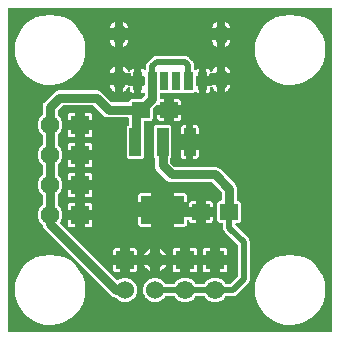
<source format=gtl>
G04 Layer: TopLayer*
G04 EasyEDA v6.4.19.5, 2021-06-07T17:49:31+02:00*
G04 02fad353412f469a856546c9d14cec11,563db0ff5b334ec4995e7372edb549dc,10*
G04 Gerber Generator version 0.2*
G04 Scale: 100 percent, Rotated: No, Reflected: No *
G04 Dimensions in millimeters *
G04 leading zeros omitted , absolute positions ,4 integer and 5 decimal *
%FSLAX45Y45*%
%MOMM*%

%ADD11C,0.7620*%
%ADD12C,0.5080*%
%ADD13R,0.9800X2.3400*%
%ADD18R,1.5000X1.3589*%
%ADD19R,1.5240X1.5240*%
%ADD20C,1.5240*%
%ADD21R,1.5748X1.5748*%
%ADD22C,1.5748*%
%ADD23C,1.1000*%

%LPD*%
G36*
X543814Y5613654D02*
G01*
X539902Y5614416D01*
X536651Y5616651D01*
X534416Y5619902D01*
X533654Y5623814D01*
X533654Y8346186D01*
X534416Y8350097D01*
X536651Y8353348D01*
X539902Y8355584D01*
X543814Y8356346D01*
X3266186Y8356346D01*
X3270097Y8355584D01*
X3273348Y8353348D01*
X3275584Y8350097D01*
X3276346Y8346186D01*
X3276346Y5623814D01*
X3275584Y5619902D01*
X3273348Y5616651D01*
X3270097Y5614416D01*
X3266186Y5613654D01*
G37*

%LPC*%
G36*
X888441Y5669076D02*
G01*
X889558Y5669076D01*
X964437Y5679135D01*
X1009446Y5694273D01*
X1069340Y5729274D01*
X1099312Y5754370D01*
X1139240Y5804357D01*
X1164183Y5849518D01*
X1184046Y5914542D01*
X1188923Y5969457D01*
X1183843Y6024473D01*
X1163726Y6089497D01*
X1128725Y6149340D01*
X1098600Y6184341D01*
X1053642Y6219190D01*
X1008532Y6244132D01*
X963523Y6259068D01*
X889660Y6268872D01*
X888339Y6268872D01*
X813562Y6258864D01*
X768604Y6243777D01*
X723696Y6218732D01*
X679450Y6184392D01*
X639267Y6134354D01*
X613816Y6088481D01*
X593953Y6023457D01*
X589076Y5968542D01*
X594156Y5913526D01*
X613816Y5849518D01*
X639368Y5803595D01*
X679196Y5758738D01*
X724509Y5718708D01*
X769518Y5693816D01*
X834542Y5673953D01*
G37*
G36*
X2920441Y5669076D02*
G01*
X2921558Y5669076D01*
X2996438Y5679135D01*
X3041446Y5694273D01*
X3101340Y5729274D01*
X3131312Y5754370D01*
X3171240Y5804357D01*
X3196183Y5849518D01*
X3216046Y5914542D01*
X3220923Y5969457D01*
X3215843Y6024473D01*
X3195726Y6089497D01*
X3160725Y6149340D01*
X3130600Y6184341D01*
X3085642Y6219190D01*
X3040532Y6244132D01*
X2995523Y6259068D01*
X2921660Y6268872D01*
X2920339Y6268872D01*
X2845562Y6258864D01*
X2800604Y6243777D01*
X2755696Y6218732D01*
X2711450Y6184392D01*
X2671267Y6134354D01*
X2645816Y6088481D01*
X2625953Y6023457D01*
X2621076Y5968542D01*
X2626156Y5913526D01*
X2645816Y5849518D01*
X2671368Y5803595D01*
X2711145Y5758738D01*
X2756509Y5718708D01*
X2801518Y5693816D01*
X2866542Y5673953D01*
G37*
G36*
X2032000Y5864606D02*
G01*
X2045614Y5865520D01*
X2059025Y5868162D01*
X2071928Y5872581D01*
X2084171Y5878626D01*
X2095550Y5886196D01*
X2105812Y5895187D01*
X2114804Y5905449D01*
X2120138Y5913424D01*
X2122373Y5915863D01*
X2125319Y5917387D01*
X2128570Y5917946D01*
X2189429Y5917946D01*
X2192680Y5917387D01*
X2195626Y5915863D01*
X2197862Y5913424D01*
X2203196Y5905449D01*
X2212187Y5895187D01*
X2222449Y5886196D01*
X2233828Y5878626D01*
X2246071Y5872581D01*
X2258974Y5868162D01*
X2272385Y5865520D01*
X2286000Y5864606D01*
X2299614Y5865520D01*
X2313025Y5868162D01*
X2325928Y5872581D01*
X2338171Y5878626D01*
X2349550Y5886196D01*
X2359812Y5895187D01*
X2368804Y5905449D01*
X2374138Y5913424D01*
X2376373Y5915863D01*
X2379319Y5917387D01*
X2382570Y5917946D01*
X2438196Y5917946D01*
X2442870Y5918149D01*
X2447239Y5918708D01*
X2451608Y5919673D01*
X2455875Y5921044D01*
X2459990Y5922721D01*
X2463901Y5924804D01*
X2467660Y5927191D01*
X2471216Y5929884D01*
X2474671Y5933033D01*
X2563266Y6021628D01*
X2566416Y6025083D01*
X2569108Y6028639D01*
X2571496Y6032398D01*
X2573578Y6036310D01*
X2575255Y6040424D01*
X2576626Y6044692D01*
X2577592Y6049060D01*
X2578150Y6053429D01*
X2578354Y6058103D01*
X2578354Y6375196D01*
X2578150Y6379870D01*
X2577592Y6384239D01*
X2576626Y6388608D01*
X2575255Y6392875D01*
X2573578Y6396990D01*
X2571496Y6400901D01*
X2569108Y6404660D01*
X2566416Y6408216D01*
X2563266Y6411671D01*
X2460040Y6514896D01*
X2457805Y6518198D01*
X2457043Y6522059D01*
X2457043Y6525615D01*
X2457805Y6529527D01*
X2460040Y6532829D01*
X2463292Y6535013D01*
X2467203Y6535775D01*
X2480411Y6535775D01*
X2486710Y6536486D01*
X2492095Y6538417D01*
X2496972Y6541465D01*
X2500985Y6545478D01*
X2504033Y6550355D01*
X2505964Y6555740D01*
X2506624Y6562039D01*
X2506624Y6696760D01*
X2505964Y6703059D01*
X2504033Y6708444D01*
X2500985Y6713321D01*
X2496972Y6717334D01*
X2492095Y6720382D01*
X2486761Y6722262D01*
X2478887Y6723024D01*
X2475331Y6724091D01*
X2472385Y6726326D01*
X2470404Y6729526D01*
X2469743Y6733133D01*
X2469743Y6826605D01*
X2469235Y6834987D01*
X2467000Y6845300D01*
X2466340Y6847433D01*
X2463139Y6855104D01*
X2462123Y6857085D01*
X2457754Y6864146D01*
X2456434Y6865924D01*
X2450846Y6872224D01*
X2331313Y6991756D01*
X2323236Y6998665D01*
X2316175Y7003084D01*
X2314194Y7004100D01*
X2304389Y7007961D01*
X2294077Y7010146D01*
X2285695Y7010653D01*
X1948332Y7010653D01*
X1944420Y7011416D01*
X1941118Y7013651D01*
X1908251Y7046518D01*
X1906016Y7049820D01*
X1905254Y7053732D01*
X1905254Y7078776D01*
X1906016Y7082688D01*
X1908251Y7085990D01*
X1910486Y7088225D01*
X1913534Y7093102D01*
X1915464Y7098487D01*
X1916175Y7104786D01*
X1916175Y7337653D01*
X1915464Y7343902D01*
X1913534Y7349286D01*
X1910486Y7354163D01*
X1906473Y7358227D01*
X1901596Y7361275D01*
X1896211Y7363155D01*
X1889912Y7363866D01*
X1793087Y7363866D01*
X1786788Y7363155D01*
X1781403Y7361275D01*
X1776526Y7358227D01*
X1772513Y7354163D01*
X1769465Y7349286D01*
X1767535Y7343902D01*
X1766824Y7337653D01*
X1766824Y7104786D01*
X1767535Y7098487D01*
X1769465Y7093102D01*
X1772513Y7088225D01*
X1774748Y7085990D01*
X1776984Y7082688D01*
X1777746Y7078776D01*
X1777746Y7023404D01*
X1778254Y7015022D01*
X1780438Y7004710D01*
X1784299Y6994906D01*
X1785315Y6992924D01*
X1789734Y6985863D01*
X1796643Y6977786D01*
X1872386Y6902043D01*
X1880463Y6895134D01*
X1887524Y6890715D01*
X1889506Y6889699D01*
X1899310Y6885838D01*
X1909622Y6883653D01*
X1918004Y6883146D01*
X2255367Y6883146D01*
X2259279Y6882384D01*
X2262581Y6880148D01*
X2339238Y6803491D01*
X2341473Y6800189D01*
X2342235Y6796278D01*
X2342235Y6733133D01*
X2341524Y6729526D01*
X2339594Y6726326D01*
X2336647Y6724091D01*
X2333091Y6723024D01*
X2325217Y6722262D01*
X2319883Y6720382D01*
X2315057Y6717334D01*
X2310993Y6713321D01*
X2307945Y6708444D01*
X2306066Y6703059D01*
X2305354Y6696760D01*
X2305354Y6562039D01*
X2306066Y6555740D01*
X2307945Y6550355D01*
X2310993Y6545478D01*
X2315057Y6541465D01*
X2319883Y6538417D01*
X2325319Y6536486D01*
X2331567Y6535775D01*
X2344775Y6535775D01*
X2348687Y6535013D01*
X2351938Y6532829D01*
X2354173Y6529527D01*
X2354935Y6525615D01*
X2354935Y6496913D01*
X2355138Y6492240D01*
X2355697Y6487871D01*
X2356662Y6483502D01*
X2358034Y6479235D01*
X2359710Y6475120D01*
X2361793Y6471208D01*
X2364181Y6467449D01*
X2366873Y6463893D01*
X2370023Y6460439D01*
X2473248Y6357213D01*
X2475484Y6353911D01*
X2476246Y6350050D01*
X2476246Y6083249D01*
X2475484Y6079388D01*
X2473248Y6076086D01*
X2420213Y6023051D01*
X2416911Y6020816D01*
X2413050Y6020054D01*
X2382570Y6020054D01*
X2379319Y6020612D01*
X2376373Y6022136D01*
X2374138Y6024575D01*
X2368804Y6032550D01*
X2359812Y6042812D01*
X2349550Y6051804D01*
X2338171Y6059373D01*
X2325928Y6065418D01*
X2313025Y6069838D01*
X2299614Y6072479D01*
X2286000Y6073394D01*
X2272385Y6072479D01*
X2258974Y6069838D01*
X2246071Y6065418D01*
X2233828Y6059373D01*
X2222449Y6051804D01*
X2212187Y6042812D01*
X2203196Y6032550D01*
X2197862Y6024575D01*
X2195626Y6022136D01*
X2192680Y6020612D01*
X2189429Y6020054D01*
X2128570Y6020054D01*
X2125319Y6020612D01*
X2122373Y6022136D01*
X2120138Y6024575D01*
X2114804Y6032550D01*
X2105812Y6042812D01*
X2095550Y6051804D01*
X2084171Y6059373D01*
X2071928Y6065418D01*
X2059025Y6069838D01*
X2045614Y6072479D01*
X2032000Y6073394D01*
X2018385Y6072479D01*
X2004974Y6069838D01*
X1992071Y6065418D01*
X1979828Y6059373D01*
X1968449Y6051804D01*
X1958187Y6042812D01*
X1949196Y6032550D01*
X1943862Y6024575D01*
X1941626Y6022136D01*
X1938680Y6020612D01*
X1935429Y6020054D01*
X1871725Y6020054D01*
X1868627Y6020562D01*
X1865782Y6021984D01*
X1863547Y6024168D01*
X1855774Y6034735D01*
X1846325Y6044539D01*
X1835607Y6052972D01*
X1823923Y6059881D01*
X1811426Y6065215D01*
X1798269Y6068771D01*
X1784807Y6070600D01*
X1771192Y6070600D01*
X1757730Y6068771D01*
X1744573Y6065215D01*
X1732076Y6059881D01*
X1720392Y6052972D01*
X1709674Y6044539D01*
X1700225Y6034735D01*
X1692148Y6023813D01*
X1685645Y6011875D01*
X1680718Y5999175D01*
X1677568Y5985916D01*
X1676247Y5972403D01*
X1676704Y5958789D01*
X1678939Y5945378D01*
X1682953Y5932424D01*
X1688693Y5920079D01*
X1696008Y5908598D01*
X1704797Y5898184D01*
X1714906Y5889091D01*
X1726082Y5881370D01*
X1738223Y5875274D01*
X1751075Y5870803D01*
X1764436Y5868060D01*
X1778000Y5867146D01*
X1791563Y5868060D01*
X1804924Y5870803D01*
X1817776Y5875274D01*
X1829917Y5881370D01*
X1841093Y5889091D01*
X1851202Y5898184D01*
X1859991Y5908598D01*
X1862937Y5913272D01*
X1865223Y5915761D01*
X1868170Y5917387D01*
X1871522Y5917946D01*
X1935429Y5917946D01*
X1938680Y5917387D01*
X1941626Y5915863D01*
X1943862Y5913424D01*
X1949196Y5905449D01*
X1958187Y5895187D01*
X1968449Y5886196D01*
X1979828Y5878626D01*
X1992071Y5872581D01*
X2004974Y5868162D01*
X2018385Y5865520D01*
G37*
G36*
X1524000Y5867146D02*
G01*
X1537563Y5868060D01*
X1550924Y5870803D01*
X1563776Y5875274D01*
X1575917Y5881370D01*
X1587093Y5889091D01*
X1597202Y5898184D01*
X1605991Y5908598D01*
X1613306Y5920079D01*
X1619046Y5932424D01*
X1623060Y5945378D01*
X1625295Y5958789D01*
X1625752Y5972403D01*
X1624431Y5985916D01*
X1621282Y5999175D01*
X1616354Y6011875D01*
X1609852Y6023813D01*
X1601774Y6034735D01*
X1592326Y6044539D01*
X1581607Y6052972D01*
X1569923Y6059881D01*
X1557426Y6065215D01*
X1544269Y6068771D01*
X1530807Y6070600D01*
X1517192Y6070600D01*
X1503730Y6068771D01*
X1490573Y6065215D01*
X1478076Y6059881D01*
X1465478Y6052362D01*
X1461262Y6050940D01*
X1456842Y6051499D01*
X1453083Y6053886D01*
X975563Y6531406D01*
X973582Y6534251D01*
X972667Y6537553D01*
X972921Y6541058D01*
X974293Y6544208D01*
X979373Y6551828D01*
X985418Y6564071D01*
X989837Y6576974D01*
X992479Y6590385D01*
X993394Y6604000D01*
X992479Y6617614D01*
X989837Y6631025D01*
X985418Y6643928D01*
X979373Y6656171D01*
X971803Y6667550D01*
X962812Y6677812D01*
X956208Y6683603D01*
X953668Y6687007D01*
X952753Y6691223D01*
X952753Y6770776D01*
X953668Y6774992D01*
X956208Y6778396D01*
X962812Y6784187D01*
X971803Y6794449D01*
X979373Y6805828D01*
X985418Y6818071D01*
X989837Y6830974D01*
X992479Y6844385D01*
X993394Y6858000D01*
X992479Y6871614D01*
X989837Y6885025D01*
X985418Y6897928D01*
X979373Y6910171D01*
X971803Y6921550D01*
X962812Y6931812D01*
X956208Y6937603D01*
X953668Y6941007D01*
X952753Y6945223D01*
X952753Y7024776D01*
X953668Y7028992D01*
X956208Y7032396D01*
X962812Y7038187D01*
X971803Y7048449D01*
X979373Y7059828D01*
X985418Y7072071D01*
X989837Y7084974D01*
X992479Y7098385D01*
X993394Y7112000D01*
X992479Y7125614D01*
X989837Y7139025D01*
X985418Y7151928D01*
X979373Y7164171D01*
X971803Y7175550D01*
X962812Y7185812D01*
X956208Y7191603D01*
X953668Y7195007D01*
X952753Y7199223D01*
X952753Y7278776D01*
X953668Y7282992D01*
X956208Y7286396D01*
X962812Y7292187D01*
X971803Y7302449D01*
X979373Y7313828D01*
X985418Y7326071D01*
X989837Y7338974D01*
X992479Y7352385D01*
X993394Y7366000D01*
X992479Y7379614D01*
X989837Y7393025D01*
X985418Y7405928D01*
X979373Y7418171D01*
X971803Y7429550D01*
X962812Y7439812D01*
X956208Y7445603D01*
X953668Y7449007D01*
X952753Y7453223D01*
X952753Y7487767D01*
X953516Y7491679D01*
X955751Y7494981D01*
X988618Y7527848D01*
X991920Y7530084D01*
X995832Y7530846D01*
X1252067Y7530846D01*
X1255979Y7530084D01*
X1259281Y7527848D01*
X1338986Y7448143D01*
X1347063Y7441234D01*
X1354124Y7436815D01*
X1356106Y7435799D01*
X1365910Y7431938D01*
X1376222Y7429753D01*
X1384604Y7429246D01*
X1545336Y7429246D01*
X1549247Y7428484D01*
X1552498Y7426248D01*
X1554734Y7422997D01*
X1555496Y7419086D01*
X1555496Y7369454D01*
X1554937Y7366101D01*
X1553260Y7363104D01*
X1550720Y7360818D01*
X1546555Y7358227D01*
X1542491Y7354163D01*
X1539443Y7349286D01*
X1537563Y7343902D01*
X1536852Y7337653D01*
X1536852Y7104786D01*
X1537563Y7098487D01*
X1539443Y7093102D01*
X1542491Y7088225D01*
X1546555Y7084212D01*
X1551381Y7081164D01*
X1556816Y7079234D01*
X1563065Y7078522D01*
X1659940Y7078522D01*
X1666189Y7079234D01*
X1671624Y7081164D01*
X1676450Y7084212D01*
X1680514Y7088225D01*
X1683562Y7093102D01*
X1685442Y7098487D01*
X1686153Y7104786D01*
X1686153Y7337653D01*
X1685442Y7343902D01*
X1683562Y7349236D01*
X1683004Y7352588D01*
X1683004Y7389215D01*
X1683766Y7393127D01*
X1686001Y7396429D01*
X1689252Y7398613D01*
X1693164Y7399375D01*
X1732432Y7399375D01*
X1738680Y7400086D01*
X1744116Y7402017D01*
X1748942Y7405065D01*
X1753006Y7409078D01*
X1756054Y7413955D01*
X1757934Y7419340D01*
X1758645Y7425639D01*
X1758645Y7499248D01*
X1759457Y7503159D01*
X1761642Y7506462D01*
X1785518Y7530338D01*
X1788820Y7532573D01*
X1792732Y7533335D01*
X1854149Y7533335D01*
X1854149Y7586573D01*
X1826920Y7586573D01*
X1823008Y7587386D01*
X1819757Y7589570D01*
X1817522Y7592872D01*
X1816760Y7596733D01*
X1816760Y7629194D01*
X1817522Y7633106D01*
X1819757Y7636408D01*
X1823008Y7638592D01*
X1826920Y7639354D01*
X1889302Y7639354D01*
X1895551Y7640066D01*
X1901545Y7642199D01*
X1904898Y7642758D01*
X1908251Y7642199D01*
X1914245Y7640066D01*
X1920493Y7639354D01*
X1989378Y7639354D01*
X1995627Y7640066D01*
X2001062Y7641996D01*
X2004415Y7642555D01*
X2007768Y7641996D01*
X2013204Y7640066D01*
X2019503Y7639354D01*
X2094331Y7639354D01*
X2100630Y7640066D01*
X2106015Y7641945D01*
X2111959Y7645755D01*
X2115464Y7647127D01*
X2119274Y7647127D01*
X2122830Y7645755D01*
X2128774Y7641945D01*
X2134158Y7640066D01*
X2140407Y7639354D01*
X2153513Y7639354D01*
X2153513Y7696200D01*
X2130755Y7696200D01*
X2126843Y7696962D01*
X2123541Y7699146D01*
X2121357Y7702448D01*
X2120595Y7706359D01*
X2120595Y7773720D01*
X2121357Y7777632D01*
X2123541Y7780883D01*
X2126843Y7783118D01*
X2130755Y7783880D01*
X2153513Y7783880D01*
X2153513Y7840675D01*
X2140407Y7840675D01*
X2134158Y7839964D01*
X2128774Y7838084D01*
X2123490Y7834782D01*
X2119477Y7833309D01*
X2115159Y7833664D01*
X2111400Y7835747D01*
X2108860Y7839202D01*
X2107946Y7843418D01*
X2107844Y7876844D01*
X2107133Y7882432D01*
X2106472Y7885633D01*
X2104847Y7891068D01*
X2103628Y7894066D01*
X2101037Y7899095D01*
X2099360Y7901838D01*
X2095906Y7906359D01*
X2093569Y7909001D01*
X2068982Y7934553D01*
X2064715Y7938566D01*
X2062175Y7940548D01*
X2057450Y7943646D01*
X2054606Y7945170D01*
X2049373Y7947406D01*
X2046274Y7948422D01*
X2040788Y7949692D01*
X2037588Y7950149D01*
X2031746Y7950453D01*
X1790903Y7950453D01*
X1786229Y7950250D01*
X1781860Y7949692D01*
X1777492Y7948726D01*
X1773224Y7947355D01*
X1769110Y7945678D01*
X1765198Y7943596D01*
X1761439Y7941208D01*
X1757883Y7938516D01*
X1754428Y7935366D01*
X1717141Y7898079D01*
X1713992Y7894624D01*
X1711299Y7891068D01*
X1708912Y7887309D01*
X1706829Y7883398D01*
X1705152Y7879283D01*
X1703781Y7875016D01*
X1702816Y7870647D01*
X1702257Y7866278D01*
X1702054Y7861604D01*
X1702054Y7843266D01*
X1701139Y7839049D01*
X1698599Y7835646D01*
X1694840Y7833563D01*
X1690522Y7833207D01*
X1686509Y7834680D01*
X1681073Y7838084D01*
X1675638Y7839964D01*
X1669389Y7840675D01*
X1656283Y7840675D01*
X1656283Y7783880D01*
X1679092Y7783880D01*
X1682953Y7783118D01*
X1686255Y7780883D01*
X1688439Y7777632D01*
X1689252Y7773720D01*
X1689252Y7706359D01*
X1688439Y7702448D01*
X1686255Y7699146D01*
X1682953Y7696962D01*
X1679092Y7696200D01*
X1656283Y7696200D01*
X1656283Y7639354D01*
X1669389Y7639354D01*
X1679549Y7640675D01*
X1683308Y7639761D01*
X1686407Y7637525D01*
X1688490Y7634325D01*
X1689252Y7630515D01*
X1689252Y7618628D01*
X1688490Y7614716D01*
X1686255Y7611414D01*
X1664411Y7589570D01*
X1661160Y7587386D01*
X1657248Y7586573D01*
X1583588Y7586573D01*
X1577289Y7585913D01*
X1571904Y7583982D01*
X1567078Y7580934D01*
X1563014Y7576921D01*
X1559966Y7572044D01*
X1556918Y7562240D01*
X1554632Y7559344D01*
X1551482Y7557414D01*
X1547876Y7556753D01*
X1414932Y7556753D01*
X1411020Y7557516D01*
X1407718Y7559751D01*
X1328013Y7639456D01*
X1319936Y7646365D01*
X1312875Y7650784D01*
X1310894Y7651800D01*
X1301089Y7655661D01*
X1290777Y7657846D01*
X1282395Y7658353D01*
X965504Y7658353D01*
X957122Y7657846D01*
X946810Y7655661D01*
X937006Y7651800D01*
X935024Y7650784D01*
X927963Y7646365D01*
X919886Y7639456D01*
X844143Y7563713D01*
X837234Y7555636D01*
X832815Y7548575D01*
X831799Y7546594D01*
X827938Y7536789D01*
X825753Y7526477D01*
X825246Y7518095D01*
X825246Y7453223D01*
X824331Y7449007D01*
X821791Y7445603D01*
X815187Y7439812D01*
X806196Y7429550D01*
X798626Y7418171D01*
X792581Y7405928D01*
X788162Y7393025D01*
X785520Y7379614D01*
X784606Y7366000D01*
X785520Y7352385D01*
X788162Y7338974D01*
X792581Y7326071D01*
X798626Y7313828D01*
X806196Y7302449D01*
X815187Y7292187D01*
X821791Y7286396D01*
X824331Y7282992D01*
X825246Y7278776D01*
X825246Y7199223D01*
X824331Y7195007D01*
X821791Y7191603D01*
X815187Y7185812D01*
X806196Y7175550D01*
X798626Y7164171D01*
X792581Y7151928D01*
X788162Y7139025D01*
X785520Y7125614D01*
X784606Y7112000D01*
X785520Y7098385D01*
X788162Y7084974D01*
X792581Y7072071D01*
X798626Y7059828D01*
X806196Y7048449D01*
X815187Y7038187D01*
X821791Y7032396D01*
X824331Y7028992D01*
X825246Y7024776D01*
X825246Y6945223D01*
X824331Y6941007D01*
X821791Y6937603D01*
X815187Y6931812D01*
X806196Y6921550D01*
X798626Y6910171D01*
X792581Y6897928D01*
X788162Y6885025D01*
X785520Y6871614D01*
X784606Y6858000D01*
X785520Y6844385D01*
X788162Y6830974D01*
X792581Y6818071D01*
X798626Y6805828D01*
X806196Y6794449D01*
X815187Y6784187D01*
X821791Y6778396D01*
X824331Y6774992D01*
X825246Y6770776D01*
X825246Y6691223D01*
X824331Y6687007D01*
X821791Y6683603D01*
X815187Y6677812D01*
X806196Y6667550D01*
X798626Y6656171D01*
X792581Y6643928D01*
X788162Y6631025D01*
X785520Y6617614D01*
X784606Y6604000D01*
X785520Y6590385D01*
X788162Y6576974D01*
X792581Y6564071D01*
X798626Y6551828D01*
X806196Y6540449D01*
X815187Y6530187D01*
X822756Y6523532D01*
X824788Y6521094D01*
X825957Y6518148D01*
X827989Y6509410D01*
X828649Y6507276D01*
X831799Y6499606D01*
X832815Y6497624D01*
X837234Y6490563D01*
X844143Y6482486D01*
X1402486Y5924143D01*
X1410563Y5917234D01*
X1417624Y5912815D01*
X1419606Y5911799D01*
X1429410Y5907938D01*
X1437386Y5906109D01*
X1440891Y5905703D01*
X1444498Y5904534D01*
X1447444Y5902147D01*
X1450797Y5898184D01*
X1460906Y5889091D01*
X1472082Y5881370D01*
X1484223Y5875274D01*
X1497076Y5870803D01*
X1510436Y5868060D01*
G37*
G36*
X1953818Y6118606D02*
G01*
X1986280Y6118606D01*
X1986280Y6177280D01*
X1927606Y6177280D01*
X1927606Y6144818D01*
X1928317Y6138570D01*
X1930196Y6133134D01*
X1933244Y6128308D01*
X1937308Y6124244D01*
X1942134Y6121196D01*
X1947570Y6119317D01*
G37*
G36*
X2077720Y6118606D02*
G01*
X2110181Y6118606D01*
X2116429Y6119317D01*
X2121865Y6121196D01*
X2126691Y6124244D01*
X2130755Y6128308D01*
X2133803Y6133134D01*
X2135682Y6138570D01*
X2136394Y6144818D01*
X2136394Y6177280D01*
X2077720Y6177280D01*
G37*
G36*
X2207818Y6118606D02*
G01*
X2240280Y6118606D01*
X2240280Y6177280D01*
X2181606Y6177280D01*
X2181606Y6144818D01*
X2182317Y6138570D01*
X2184196Y6133134D01*
X2187244Y6128308D01*
X2191308Y6124244D01*
X2196134Y6121196D01*
X2201570Y6119317D01*
G37*
G36*
X2331720Y6118606D02*
G01*
X2364181Y6118606D01*
X2370429Y6119317D01*
X2375865Y6121196D01*
X2380691Y6124244D01*
X2384755Y6128308D01*
X2387803Y6133134D01*
X2389682Y6138570D01*
X2390394Y6144818D01*
X2390394Y6177280D01*
X2331720Y6177280D01*
G37*
G36*
X1568450Y6121146D02*
G01*
X1599641Y6121146D01*
X1605889Y6121857D01*
X1611325Y6123736D01*
X1616151Y6126784D01*
X1620215Y6130848D01*
X1623263Y6135674D01*
X1625142Y6141110D01*
X1625854Y6147358D01*
X1625854Y6178550D01*
X1568450Y6178550D01*
G37*
G36*
X1448358Y6121146D02*
G01*
X1479550Y6121146D01*
X1479550Y6178550D01*
X1422146Y6178550D01*
X1422146Y6147358D01*
X1422857Y6141110D01*
X1424736Y6135674D01*
X1427784Y6130848D01*
X1431848Y6126784D01*
X1436674Y6123736D01*
X1442110Y6121857D01*
G37*
G36*
X1822450Y6131610D02*
G01*
X1829917Y6135370D01*
X1841093Y6143091D01*
X1851202Y6152184D01*
X1859991Y6162598D01*
X1867306Y6174079D01*
X1869389Y6178550D01*
X1822450Y6178550D01*
G37*
G36*
X1733550Y6131610D02*
G01*
X1733550Y6178550D01*
X1686610Y6178550D01*
X1688693Y6174079D01*
X1696008Y6162598D01*
X1704797Y6152184D01*
X1714906Y6143091D01*
X1726082Y6135370D01*
G37*
G36*
X1686509Y6267450D02*
G01*
X1733550Y6267450D01*
X1733550Y6314490D01*
X1732076Y6313881D01*
X1720392Y6306972D01*
X1709674Y6298539D01*
X1700225Y6288735D01*
X1692148Y6277813D01*
G37*
G36*
X1822450Y6267450D02*
G01*
X1869490Y6267450D01*
X1863852Y6277813D01*
X1855774Y6288735D01*
X1846325Y6298539D01*
X1835607Y6306972D01*
X1823923Y6313881D01*
X1822450Y6314490D01*
G37*
G36*
X1568450Y6267450D02*
G01*
X1625854Y6267450D01*
X1625854Y6298641D01*
X1625142Y6304889D01*
X1623263Y6310325D01*
X1620215Y6315151D01*
X1616151Y6319215D01*
X1611325Y6322263D01*
X1605889Y6324142D01*
X1599641Y6324854D01*
X1568450Y6324854D01*
G37*
G36*
X1422146Y6267450D02*
G01*
X1479550Y6267450D01*
X1479550Y6324854D01*
X1448358Y6324854D01*
X1442110Y6324142D01*
X1436674Y6322263D01*
X1431848Y6319215D01*
X1427784Y6315151D01*
X1424736Y6310325D01*
X1422857Y6304889D01*
X1422146Y6298641D01*
G37*
G36*
X1927606Y6268720D02*
G01*
X1986280Y6268720D01*
X1986280Y6327394D01*
X1953818Y6327394D01*
X1947570Y6326682D01*
X1942134Y6324803D01*
X1937308Y6321755D01*
X1933244Y6317691D01*
X1930196Y6312865D01*
X1928317Y6307429D01*
X1927606Y6301181D01*
G37*
G36*
X2181606Y6268720D02*
G01*
X2240280Y6268720D01*
X2240280Y6327394D01*
X2207818Y6327394D01*
X2201570Y6326682D01*
X2196134Y6324803D01*
X2191308Y6321755D01*
X2187244Y6317691D01*
X2184196Y6312865D01*
X2182317Y6307429D01*
X2181606Y6301181D01*
G37*
G36*
X2331720Y6268720D02*
G01*
X2390394Y6268720D01*
X2390394Y6301181D01*
X2389682Y6307429D01*
X2387803Y6312865D01*
X2384755Y6317691D01*
X2380691Y6321755D01*
X2375865Y6324803D01*
X2370429Y6326682D01*
X2364181Y6327394D01*
X2331720Y6327394D01*
G37*
G36*
X2077720Y6268720D02*
G01*
X2136394Y6268720D01*
X2136394Y6301181D01*
X2135682Y6307429D01*
X2133803Y6312865D01*
X2130755Y6317691D01*
X2126691Y6321755D01*
X2121865Y6324803D01*
X2116429Y6326682D01*
X2110181Y6327394D01*
X2077720Y6327394D01*
G37*
G36*
X1188720Y6499606D02*
G01*
X1221181Y6499606D01*
X1227429Y6500317D01*
X1232865Y6502196D01*
X1237691Y6505244D01*
X1241755Y6509308D01*
X1244803Y6514134D01*
X1246682Y6519570D01*
X1247394Y6525818D01*
X1247394Y6558280D01*
X1188720Y6558280D01*
G37*
G36*
X1064818Y6499606D02*
G01*
X1097280Y6499606D01*
X1097280Y6558280D01*
X1038606Y6558280D01*
X1038606Y6525818D01*
X1039317Y6519570D01*
X1041196Y6514134D01*
X1044244Y6509308D01*
X1048308Y6505244D01*
X1053134Y6502196D01*
X1058570Y6500317D01*
G37*
G36*
X1662074Y6504533D02*
G01*
X1745132Y6504533D01*
X1745132Y6582359D01*
X1635861Y6582359D01*
X1635861Y6530746D01*
X1636572Y6524498D01*
X1638452Y6519113D01*
X1641500Y6514236D01*
X1645564Y6510172D01*
X1650390Y6507124D01*
X1655825Y6505244D01*
G37*
G36*
X1937867Y6504533D02*
G01*
X2020925Y6504533D01*
X2027174Y6505244D01*
X2032609Y6507124D01*
X2037435Y6510172D01*
X2041499Y6514236D01*
X2044547Y6519113D01*
X2046427Y6524498D01*
X2047138Y6530746D01*
X2047138Y6549948D01*
X2047951Y6553911D01*
X2050237Y6557264D01*
X2053640Y6559448D01*
X2057654Y6560108D01*
X2061565Y6559194D01*
X2064816Y6556756D01*
X2066899Y6553301D01*
X2067915Y6550355D01*
X2070963Y6545478D01*
X2075027Y6541465D01*
X2079904Y6538417D01*
X2085289Y6536486D01*
X2091588Y6535775D01*
X2122119Y6535775D01*
X2122119Y6589064D01*
X2066899Y6589064D01*
X2064715Y6585559D01*
X2061362Y6583172D01*
X2057298Y6582359D01*
X1937867Y6582359D01*
G37*
G36*
X2209850Y6535775D02*
G01*
X2240432Y6535775D01*
X2246680Y6536486D01*
X2252116Y6538417D01*
X2256942Y6541465D01*
X2261006Y6545478D01*
X2264054Y6550355D01*
X2265934Y6555740D01*
X2266645Y6562039D01*
X2266645Y6589064D01*
X2209850Y6589064D01*
G37*
G36*
X1038606Y6649720D02*
G01*
X1097280Y6649720D01*
X1097280Y6708394D01*
X1064818Y6708394D01*
X1058570Y6707682D01*
X1053134Y6705803D01*
X1048308Y6702755D01*
X1044244Y6698691D01*
X1041196Y6693865D01*
X1039317Y6688429D01*
X1038606Y6682181D01*
G37*
G36*
X1188720Y6649720D02*
G01*
X1247394Y6649720D01*
X1247394Y6682181D01*
X1246682Y6688429D01*
X1244803Y6693865D01*
X1241755Y6698691D01*
X1237691Y6702755D01*
X1232865Y6705803D01*
X1227429Y6707682D01*
X1221181Y6708394D01*
X1188720Y6708394D01*
G37*
G36*
X2067458Y6669735D02*
G01*
X2122119Y6669735D01*
X2122119Y6722973D01*
X2091588Y6722973D01*
X2085289Y6722313D01*
X2079904Y6720382D01*
X2075027Y6717334D01*
X2070963Y6713321D01*
X2067915Y6708444D01*
X2066798Y6705295D01*
X2067458Y6701891D01*
G37*
G36*
X2209850Y6669735D02*
G01*
X2266645Y6669735D01*
X2266645Y6696760D01*
X2265934Y6703059D01*
X2264054Y6708444D01*
X2261006Y6713321D01*
X2256942Y6717334D01*
X2252116Y6720382D01*
X2246680Y6722313D01*
X2240432Y6722973D01*
X2209850Y6722973D01*
G37*
G36*
X1635861Y6712051D02*
G01*
X1745132Y6712051D01*
X1745132Y6789877D01*
X1662074Y6789877D01*
X1655825Y6789166D01*
X1650390Y6787235D01*
X1645564Y6784187D01*
X1641500Y6780174D01*
X1638452Y6775297D01*
X1636572Y6769912D01*
X1635861Y6763613D01*
G37*
G36*
X1937867Y6712051D02*
G01*
X2047138Y6712051D01*
X2047138Y6763613D01*
X2046427Y6769912D01*
X2044547Y6775297D01*
X2041499Y6780174D01*
X2037435Y6784187D01*
X2032609Y6787235D01*
X2027174Y6789166D01*
X2020925Y6789877D01*
X1937867Y6789877D01*
G37*
G36*
X1064818Y6753606D02*
G01*
X1097280Y6753606D01*
X1097280Y6812280D01*
X1038606Y6812280D01*
X1038606Y6779818D01*
X1039317Y6773570D01*
X1041196Y6768134D01*
X1044244Y6763308D01*
X1048308Y6759244D01*
X1053134Y6756196D01*
X1058570Y6754317D01*
G37*
G36*
X1188720Y6753606D02*
G01*
X1221181Y6753606D01*
X1227429Y6754317D01*
X1232865Y6756196D01*
X1237691Y6759244D01*
X1241755Y6763308D01*
X1244803Y6768134D01*
X1246682Y6773570D01*
X1247394Y6779818D01*
X1247394Y6812280D01*
X1188720Y6812280D01*
G37*
G36*
X1038606Y6903720D02*
G01*
X1097280Y6903720D01*
X1097280Y6962394D01*
X1064818Y6962394D01*
X1058570Y6961682D01*
X1053134Y6959803D01*
X1048308Y6956755D01*
X1044244Y6952691D01*
X1041196Y6947865D01*
X1039317Y6942429D01*
X1038606Y6936181D01*
G37*
G36*
X1188720Y6903720D02*
G01*
X1247394Y6903720D01*
X1247394Y6936181D01*
X1246682Y6942429D01*
X1244803Y6947865D01*
X1241755Y6952691D01*
X1237691Y6956755D01*
X1232865Y6959803D01*
X1227429Y6961682D01*
X1221181Y6962394D01*
X1188720Y6962394D01*
G37*
G36*
X1064818Y7007606D02*
G01*
X1097280Y7007606D01*
X1097280Y7066280D01*
X1038606Y7066280D01*
X1038606Y7033818D01*
X1039317Y7027570D01*
X1041196Y7022134D01*
X1044244Y7017308D01*
X1048308Y7013244D01*
X1053134Y7010196D01*
X1058570Y7008317D01*
G37*
G36*
X1188720Y7007606D02*
G01*
X1221181Y7007606D01*
X1227429Y7008317D01*
X1232865Y7010196D01*
X1237691Y7013244D01*
X1241755Y7017308D01*
X1244803Y7022134D01*
X1246682Y7027570D01*
X1247394Y7033818D01*
X1247394Y7066280D01*
X1188720Y7066280D01*
G37*
G36*
X2023059Y7078522D02*
G01*
X2040636Y7078522D01*
X2040636Y7156348D01*
X1996846Y7156348D01*
X1996846Y7104786D01*
X1997557Y7098487D01*
X1999437Y7093102D01*
X2002485Y7088225D01*
X2006549Y7084212D01*
X2011375Y7081164D01*
X2016810Y7079234D01*
G37*
G36*
X2102358Y7078522D02*
G01*
X2119934Y7078522D01*
X2126183Y7079234D01*
X2131618Y7081164D01*
X2136444Y7084212D01*
X2140508Y7088225D01*
X2143556Y7093102D01*
X2145436Y7098487D01*
X2146147Y7104786D01*
X2146147Y7156348D01*
X2102358Y7156348D01*
G37*
G36*
X1038606Y7157720D02*
G01*
X1097280Y7157720D01*
X1097280Y7216394D01*
X1064818Y7216394D01*
X1058570Y7215682D01*
X1053134Y7213803D01*
X1048308Y7210755D01*
X1044244Y7206691D01*
X1041196Y7201865D01*
X1039317Y7196429D01*
X1038606Y7190181D01*
G37*
G36*
X1188720Y7157720D02*
G01*
X1247394Y7157720D01*
X1247394Y7190181D01*
X1246682Y7196429D01*
X1244803Y7201865D01*
X1241755Y7206691D01*
X1237691Y7210755D01*
X1232865Y7213803D01*
X1227429Y7215682D01*
X1221181Y7216394D01*
X1188720Y7216394D01*
G37*
G36*
X1188720Y7261606D02*
G01*
X1221181Y7261606D01*
X1227429Y7262317D01*
X1232865Y7264196D01*
X1237691Y7267244D01*
X1241755Y7271308D01*
X1244803Y7276134D01*
X1246682Y7281570D01*
X1247394Y7287818D01*
X1247394Y7320280D01*
X1188720Y7320280D01*
G37*
G36*
X1064818Y7261606D02*
G01*
X1097280Y7261606D01*
X1097280Y7320280D01*
X1038606Y7320280D01*
X1038606Y7287818D01*
X1039317Y7281570D01*
X1041196Y7276134D01*
X1044244Y7271308D01*
X1048308Y7267244D01*
X1053134Y7264196D01*
X1058570Y7262317D01*
G37*
G36*
X1996846Y7286040D02*
G01*
X2040636Y7286040D01*
X2040636Y7363866D01*
X2023059Y7363866D01*
X2016810Y7363155D01*
X2011375Y7361275D01*
X2006549Y7358227D01*
X2002485Y7354163D01*
X1999437Y7349286D01*
X1997557Y7343902D01*
X1996846Y7337653D01*
G37*
G36*
X2102358Y7286040D02*
G01*
X2146147Y7286040D01*
X2146147Y7337653D01*
X2145436Y7343902D01*
X2143556Y7349286D01*
X2140508Y7354163D01*
X2136444Y7358227D01*
X2131618Y7361275D01*
X2126183Y7363155D01*
X2119934Y7363866D01*
X2102358Y7363866D01*
G37*
G36*
X1823567Y7399375D02*
G01*
X1854149Y7399375D01*
X1854149Y7452664D01*
X1797354Y7452664D01*
X1797354Y7425639D01*
X1798066Y7419340D01*
X1799945Y7413955D01*
X1802993Y7409078D01*
X1807057Y7405065D01*
X1811883Y7402017D01*
X1817319Y7400086D01*
G37*
G36*
X1941880Y7399375D02*
G01*
X1972411Y7399375D01*
X1978710Y7400086D01*
X1984095Y7402017D01*
X1988972Y7405065D01*
X1993036Y7409078D01*
X1996084Y7413955D01*
X1997964Y7419340D01*
X1998675Y7425639D01*
X1998675Y7452664D01*
X1941880Y7452664D01*
G37*
G36*
X1038606Y7411720D02*
G01*
X1097280Y7411720D01*
X1097280Y7470394D01*
X1064818Y7470394D01*
X1058570Y7469682D01*
X1053134Y7467803D01*
X1048308Y7464755D01*
X1044244Y7460691D01*
X1041196Y7455865D01*
X1039317Y7450429D01*
X1038606Y7444181D01*
G37*
G36*
X1188720Y7411720D02*
G01*
X1247394Y7411720D01*
X1247394Y7444181D01*
X1246682Y7450429D01*
X1244803Y7455865D01*
X1241755Y7460691D01*
X1237691Y7464755D01*
X1232865Y7467803D01*
X1227429Y7469682D01*
X1221181Y7470394D01*
X1188720Y7470394D01*
G37*
G36*
X1941880Y7533335D02*
G01*
X1998675Y7533335D01*
X1998675Y7560360D01*
X1997964Y7566659D01*
X1996084Y7572044D01*
X1993036Y7576921D01*
X1988972Y7580934D01*
X1984095Y7583982D01*
X1978710Y7585913D01*
X1972411Y7586573D01*
X1941880Y7586573D01*
G37*
G36*
X1590497Y7639354D02*
G01*
X1603603Y7639354D01*
X1603603Y7696200D01*
X1554124Y7696200D01*
X1549857Y7697114D01*
X1546352Y7699806D01*
X1544320Y7703718D01*
X1506728Y7703718D01*
X1506728Y7647127D01*
X1513230Y7650225D01*
X1523187Y7657033D01*
X1531975Y7665212D01*
X1539494Y7674660D01*
X1545336Y7684719D01*
X1548282Y7687970D01*
X1552346Y7689646D01*
X1556766Y7689443D01*
X1560677Y7687411D01*
X1563319Y7683957D01*
X1564284Y7679639D01*
X1564284Y7665618D01*
X1564995Y7659319D01*
X1566875Y7653934D01*
X1569923Y7649057D01*
X1573987Y7645044D01*
X1578864Y7641996D01*
X1584248Y7640066D01*
G37*
G36*
X2206193Y7639354D02*
G01*
X2219299Y7639354D01*
X2225548Y7640066D01*
X2230983Y7641996D01*
X2235809Y7645044D01*
X2239873Y7649057D01*
X2242921Y7653934D01*
X2244801Y7659319D01*
X2245512Y7665618D01*
X2245512Y7679639D01*
X2246477Y7683957D01*
X2249119Y7687411D01*
X2253030Y7689443D01*
X2257450Y7689646D01*
X2261514Y7687970D01*
X2264460Y7684719D01*
X2270302Y7674660D01*
X2277821Y7665212D01*
X2286609Y7657033D01*
X2296566Y7650225D01*
X2303068Y7647127D01*
X2303068Y7703718D01*
X2265476Y7703718D01*
X2263444Y7699806D01*
X2259939Y7697114D01*
X2255672Y7696200D01*
X2206193Y7696200D01*
G37*
G36*
X1439062Y7647127D02*
G01*
X1439062Y7703718D01*
X1394155Y7703718D01*
X1395831Y7696301D01*
X1400251Y7685074D01*
X1406296Y7674660D01*
X1413814Y7665212D01*
X1422654Y7657033D01*
X1432560Y7650225D01*
G37*
G36*
X2370734Y7647127D02*
G01*
X2377236Y7650225D01*
X2387193Y7657033D01*
X2395982Y7665212D01*
X2403500Y7674660D01*
X2409545Y7685074D01*
X2413965Y7696301D01*
X2415641Y7703718D01*
X2370734Y7703718D01*
G37*
G36*
X888441Y7701076D02*
G01*
X889558Y7701076D01*
X964437Y7711135D01*
X1009446Y7726273D01*
X1069340Y7761274D01*
X1099312Y7786370D01*
X1139240Y7836357D01*
X1164183Y7881518D01*
X1184046Y7946542D01*
X1188923Y8001457D01*
X1183843Y8056473D01*
X1163726Y8121497D01*
X1128725Y8181340D01*
X1098600Y8216341D01*
X1053642Y8251190D01*
X1008532Y8276132D01*
X963523Y8291068D01*
X889660Y8300872D01*
X888339Y8300872D01*
X813562Y8290864D01*
X768604Y8275777D01*
X723696Y8250732D01*
X679450Y8216392D01*
X639267Y8166353D01*
X613816Y8120481D01*
X593953Y8055457D01*
X589076Y8000542D01*
X594156Y7945526D01*
X613816Y7881518D01*
X639368Y7835595D01*
X679196Y7790738D01*
X724509Y7750708D01*
X769518Y7725816D01*
X834542Y7705953D01*
G37*
G36*
X2920441Y7701076D02*
G01*
X2921558Y7701076D01*
X2996438Y7711135D01*
X3041446Y7726273D01*
X3101340Y7761274D01*
X3131312Y7786370D01*
X3171240Y7836357D01*
X3196183Y7881518D01*
X3216046Y7946542D01*
X3220923Y8001457D01*
X3215843Y8056473D01*
X3195726Y8121497D01*
X3160725Y8181340D01*
X3130600Y8216341D01*
X3085642Y8251190D01*
X3040532Y8276132D01*
X2995523Y8291068D01*
X2921660Y8300872D01*
X2920339Y8300872D01*
X2845562Y8290864D01*
X2800604Y8275777D01*
X2755696Y8250732D01*
X2711450Y8216392D01*
X2671267Y8166353D01*
X2645816Y8120481D01*
X2625953Y8055457D01*
X2621076Y8000542D01*
X2626156Y7945526D01*
X2645816Y7881518D01*
X2671368Y7835595D01*
X2711145Y7790738D01*
X2756509Y7750708D01*
X2801518Y7725816D01*
X2866542Y7705953D01*
G37*
G36*
X1573885Y7783880D02*
G01*
X1603603Y7783880D01*
X1603603Y7840675D01*
X1590497Y7840675D01*
X1584248Y7839964D01*
X1578864Y7838084D01*
X1573987Y7835036D01*
X1569923Y7830972D01*
X1566875Y7826146D01*
X1565656Y7822641D01*
X1563573Y7819136D01*
X1560271Y7816748D01*
X1556258Y7815834D01*
X1552244Y7816596D01*
X1548841Y7818831D01*
X1546606Y7822285D01*
X1545539Y7825028D01*
X1539494Y7835493D01*
X1531975Y7844891D01*
X1523187Y7853070D01*
X1513230Y7859877D01*
X1506728Y7862976D01*
X1506728Y7806385D01*
X1563268Y7806385D01*
X1566976Y7805724D01*
X1570177Y7803692D01*
X1572412Y7800644D01*
X1573377Y7796987D01*
X1573885Y7790078D01*
G37*
G36*
X2206193Y7783880D02*
G01*
X2235911Y7783880D01*
X2235962Y7790840D01*
X2236419Y7796987D01*
X2237384Y7800644D01*
X2239619Y7803692D01*
X2242820Y7805724D01*
X2246579Y7806385D01*
X2303068Y7806385D01*
X2303068Y7862976D01*
X2296566Y7859877D01*
X2286609Y7853070D01*
X2277821Y7844891D01*
X2270302Y7835493D01*
X2264257Y7825028D01*
X2263190Y7822285D01*
X2260955Y7818831D01*
X2257552Y7816596D01*
X2253538Y7815834D01*
X2249525Y7816748D01*
X2246223Y7819136D01*
X2244140Y7822641D01*
X2242921Y7826146D01*
X2239873Y7830972D01*
X2235809Y7835036D01*
X2230983Y7838084D01*
X2225548Y7839964D01*
X2219299Y7840675D01*
X2206193Y7840675D01*
G37*
G36*
X1394155Y7806385D02*
G01*
X1439062Y7806385D01*
X1439062Y7862976D01*
X1432560Y7859877D01*
X1422654Y7853070D01*
X1413814Y7844891D01*
X1406296Y7835493D01*
X1400251Y7825028D01*
X1395831Y7813802D01*
G37*
G36*
X2370734Y7806385D02*
G01*
X2415641Y7806385D01*
X2413965Y7813802D01*
X2409545Y7825028D01*
X2403500Y7835493D01*
X2395982Y7844891D01*
X2387193Y7853070D01*
X2377236Y7859877D01*
X2370734Y7862976D01*
G37*
G36*
X1506728Y8027111D02*
G01*
X1513230Y8030209D01*
X1523187Y8037017D01*
X1531975Y8045196D01*
X1539494Y8054594D01*
X1545539Y8065058D01*
X1549958Y8076285D01*
X1551635Y8083702D01*
X1506728Y8083702D01*
G37*
G36*
X1439062Y8027111D02*
G01*
X1439062Y8083702D01*
X1394155Y8083702D01*
X1395831Y8076285D01*
X1400251Y8065058D01*
X1406296Y8054594D01*
X1413814Y8045196D01*
X1422654Y8037017D01*
X1432560Y8030209D01*
G37*
G36*
X2370734Y8027111D02*
G01*
X2377236Y8030209D01*
X2387193Y8037017D01*
X2395982Y8045196D01*
X2403500Y8054644D01*
X2409545Y8065058D01*
X2413965Y8076285D01*
X2415641Y8083702D01*
X2370734Y8083702D01*
G37*
G36*
X2303068Y8027111D02*
G01*
X2303068Y8083702D01*
X2258161Y8083702D01*
X2259838Y8076285D01*
X2264257Y8065058D01*
X2270302Y8054644D01*
X2277821Y8045196D01*
X2286609Y8037017D01*
X2296566Y8030209D01*
G37*
G36*
X1506728Y8186369D02*
G01*
X1551635Y8186369D01*
X1549958Y8193786D01*
X1545539Y8205012D01*
X1539494Y8215477D01*
X1531975Y8224875D01*
X1523187Y8233054D01*
X1513230Y8239861D01*
X1506728Y8242960D01*
G37*
G36*
X1394155Y8186369D02*
G01*
X1439062Y8186369D01*
X1439062Y8242960D01*
X1432560Y8239861D01*
X1422654Y8233054D01*
X1413814Y8224875D01*
X1406296Y8215477D01*
X1400251Y8205012D01*
X1395831Y8193786D01*
G37*
G36*
X2258161Y8186369D02*
G01*
X2303068Y8186369D01*
X2303068Y8242960D01*
X2296566Y8239861D01*
X2286609Y8233054D01*
X2277821Y8224875D01*
X2270302Y8215477D01*
X2264257Y8205012D01*
X2259838Y8193786D01*
G37*
G36*
X2370734Y8186369D02*
G01*
X2415641Y8186369D01*
X2413965Y8193786D01*
X2409545Y8205012D01*
X2403500Y8215477D01*
X2395982Y8224875D01*
X2387193Y8233054D01*
X2377236Y8239861D01*
X2370734Y8242960D01*
G37*

%LPD*%
D11*
X1841500Y7221194D02*
G01*
X1841500Y7023100D01*
X1917700Y6946900D01*
X2286000Y6946900D01*
X2405981Y6826918D01*
X2405981Y6629400D01*
X1753006Y7747495D02*
G01*
X1753006Y7587988D01*
X1658018Y7493000D01*
D12*
X2405989Y6629400D02*
G01*
X2405989Y6496710D01*
X2527300Y6375400D01*
X2527300Y6057900D01*
X2438400Y5969000D01*
X2286000Y5969000D01*
D11*
X1524000Y5969000D02*
G01*
X1447800Y5969000D01*
X889000Y6527800D01*
X889000Y6604000D01*
X1658018Y7493000D02*
G01*
X1384300Y7493000D01*
X1282700Y7594600D01*
X965200Y7594600D01*
X889000Y7518400D01*
X889000Y7366000D01*
D12*
X1778000Y5969000D02*
G01*
X2032000Y5969000D01*
X2032000Y5969000D02*
G01*
X2286000Y5969000D01*
D11*
X889000Y6858000D02*
G01*
X889000Y7112000D01*
X889000Y6604000D02*
G01*
X889000Y6858000D01*
X889000Y7112000D02*
G01*
X889000Y7366000D01*
X1658018Y7493000D02*
G01*
X1619250Y7454231D01*
X1619250Y7214996D01*
D12*
X1753107Y7747508D02*
G01*
X1753107Y7861808D01*
X1790700Y7899400D01*
X2032000Y7899400D01*
X2056891Y7873492D01*
X2056891Y7747508D01*
D13*
G01*
X2071497Y7221194D03*
G01*
X1841500Y7221194D03*
G01*
X1611503Y7221194D03*
G36*
X1661500Y6764200D02*
G01*
X2021499Y6764200D01*
X2021499Y6530200D01*
X1661500Y6530200D01*
G37*
G36*
X1669950Y7665115D02*
G01*
X1589940Y7665115D01*
X1589940Y7814975D01*
X1669950Y7814975D01*
G37*
G36*
X1790854Y7665115D02*
G01*
X1714908Y7665115D01*
X1714908Y7814975D01*
X1790854Y7814975D01*
G37*
G36*
X1889914Y7665115D02*
G01*
X1819810Y7665115D01*
X1819810Y7814975D01*
X1889914Y7814975D01*
G37*
G36*
X1989990Y7665115D02*
G01*
X1919886Y7665115D01*
X1919886Y7814975D01*
X1989990Y7814975D01*
G37*
G36*
X2094892Y7665115D02*
G01*
X2018946Y7665115D01*
X2018946Y7814975D01*
X2094892Y7814975D01*
G37*
G36*
X2219860Y7665115D02*
G01*
X2139850Y7665115D01*
X2139850Y7814975D01*
X2219860Y7814975D01*
G37*
D18*
G01*
X2405989Y6629400D03*
G01*
X2165984Y6629400D03*
G36*
X1583006Y7560945D02*
G01*
X1733008Y7560945D01*
X1733008Y7425054D01*
X1583006Y7425054D01*
G37*
G36*
X1823006Y7560945D02*
G01*
X1973005Y7560945D01*
X1973005Y7425054D01*
X1823006Y7425054D01*
G37*
D19*
G01*
X1524000Y6223000D03*
D20*
G01*
X1778000Y6223000D03*
G01*
X1524000Y5969000D03*
G01*
X1778000Y5969000D03*
D21*
G01*
X1143000Y7366000D03*
D22*
G01*
X889000Y7366000D03*
D21*
G01*
X1143000Y7112000D03*
D22*
G01*
X889000Y7112000D03*
D21*
G01*
X1143000Y6858000D03*
D22*
G01*
X889000Y6858000D03*
D21*
G01*
X1143000Y6604000D03*
D22*
G01*
X889000Y6604000D03*
D21*
G01*
X2032000Y6223000D03*
D22*
G01*
X2032000Y5969000D03*
D21*
G01*
X2286000Y6223000D03*
D22*
G01*
X2286000Y5969000D03*
D23*
X1472895Y7720050D02*
G01*
X1472895Y7790050D01*
X2336901Y7720050D02*
G01*
X2336901Y7790050D01*
X1472895Y8100034D02*
G01*
X1472895Y8170034D01*
X2336901Y8100034D02*
G01*
X2336901Y8170034D01*
M02*

</source>
